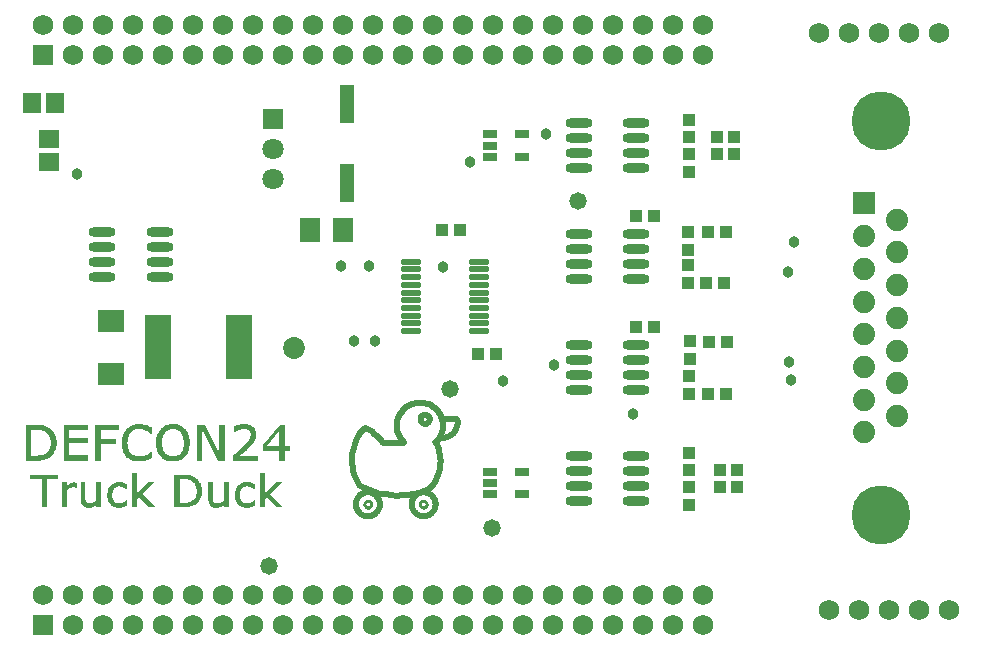
<source format=gts>
%FSTAX23Y23*%
%MOIN*%
%SFA1B1*%

%IPPOS*%
%ADD22C,0.010000*%
%ADD24C,0.020000*%
%ADD39R,0.039500X0.039500*%
%ADD40O,0.069000X0.021800*%
%ADD41R,0.088000X0.073000*%
%ADD42R,0.039500X0.039500*%
%ADD43R,0.059200X0.067100*%
%ADD44R,0.047400X0.031600*%
%ADD45O,0.090700X0.031600*%
%ADD46R,0.071000X0.078900*%
%ADD47R,0.048000X0.128000*%
%ADD48R,0.067100X0.059200*%
%ADD49R,0.086700X0.216700*%
%ADD50R,0.087000X0.217000*%
%ADD51C,0.074500*%
%ADD52C,0.068000*%
%ADD53R,0.071000X0.071000*%
%ADD54C,0.071000*%
%ADD55R,0.068000X0.068000*%
%ADD56C,0.197000*%
%ADD57R,0.074500X0.074500*%
%ADD58C,0.038000*%
%ADD59C,0.058000*%
%ADD60C,0.073000*%
%LNhvcape-1*%
%LPD*%
G36*
X02632Y02722D02*
X02634Y02722D01*
X02637Y02722*
X0264Y02721*
X02644Y0272*
X02647Y0272*
X02648*
X02648Y02719*
X02648*
X02649Y02719*
X0265Y02719*
X02651Y02719*
X02654Y02718*
X02657Y02717*
X02661Y02715*
X02665Y02713*
X0267Y02711*
Y0269*
X02666*
X02666Y0269*
X02666Y0269*
X02665Y02691*
X02664Y02691*
X02662Y02693*
X0266Y02695*
X02657Y02697*
X02654Y02698*
X0265Y027*
X02647Y02702*
X02647*
X02646Y02702*
X02646Y02702*
X02645Y02702*
X02643Y02703*
X02641Y02704*
X02638Y02704*
X02635Y02705*
X02631Y02705*
X02627Y02705*
X02625*
X02624Y02705*
X02622Y02705*
X0262Y02705*
X02617Y02704*
X02614Y02704*
X02612Y02703*
X02611Y02702*
X0261Y02702*
X02609Y02702*
X02608Y02701*
X02606Y02699*
X02604Y02698*
X02601Y02696*
X02599Y02694*
X02599Y02694*
X02598Y02693*
X02598Y02692*
X02596Y0269*
X02595Y02688*
X02594Y02686*
X02593Y02683*
X02591Y0268*
Y0268*
X02591Y02679*
Y02679*
X02591Y02678*
X0259Y02676*
X0259Y02674*
X02589Y02671*
X02589Y02667*
X02589Y02664*
X02588Y0266*
Y02659*
Y02659*
Y02658*
Y02657*
X02589Y02656*
Y02655*
X02589Y02652*
X02589Y02649*
X0259Y02646*
X02591Y02642*
X02592Y02639*
X02592Y02638*
X02592Y02637*
X02593Y02636*
X02594Y02634*
X02595Y02632*
X02597Y02629*
X02598Y02627*
X026Y02625*
X026Y02625*
X02601Y02624*
X02602Y02623*
X02603Y02622*
X02605Y0262*
X02607Y02619*
X0261Y02618*
X02612Y02617*
X02613Y02616*
X02613Y02616*
X02615Y02616*
X02617Y02615*
X02619Y02615*
X02621Y02614*
X02624Y02614*
X02627Y02614*
X02629*
X02631Y02614*
X02634Y02615*
X02637Y02615*
X0264Y02615*
X02644Y02616*
X02648Y02618*
X02648*
X02648Y02618*
X02648Y02618*
X02649Y02618*
X02651Y02619*
X02653Y0262*
X02656Y02622*
X02659Y02624*
X02663Y02627*
X02666Y02629*
X0267*
Y02608*
X02669Y02608*
X02669Y02608*
X02668Y02608*
X02666Y02607*
X02663Y02606*
X02662Y02605*
X0266Y02604*
X0266*
X0266Y02604*
X02659Y02604*
X02658Y02603*
X02657Y02603*
X02655Y02602*
X02653Y02602*
X02651Y02601*
X02651*
X0265Y02601*
X02649Y026*
X02648Y026*
X02646Y026*
X02645Y02599*
X02643Y02599*
X0264Y02598*
X0264*
X0264Y02598*
X02638Y02598*
X02637Y02598*
X02635Y02598*
X02633Y02598*
X0263Y02597*
X02626*
X02625Y02598*
X02623*
X0262Y02598*
X02616Y02598*
X02612Y02599*
X02608Y026*
X02604Y02601*
X02604*
X02603Y02601*
X02603Y02601*
X02602Y02602*
X026Y02603*
X02598Y02604*
X02595Y02605*
X02592Y02607*
X02588Y0261*
X02585Y02613*
X02585Y02613*
X02584Y02614*
X02583Y02616*
X02581Y02618*
X02579Y02621*
X02577Y02624*
X02575Y02628*
X02573Y02632*
Y02632*
X02573Y02633*
X02573Y02633*
X02572Y02634*
X02572Y02635*
X02572Y02637*
X02571Y02638*
X02571Y0264*
X0257Y02644*
X0257Y02649*
X02569Y02654*
X02569Y0266*
Y0266*
Y0266*
Y02661*
Y02662*
X02569Y02663*
Y02665*
X02569Y02667*
X02569Y02668*
X0257Y02672*
X02571Y02677*
X02572Y02682*
X02573Y02686*
Y02686*
X02573Y02687*
X02573Y02687*
X02574Y02688*
X02575Y0269*
X02576Y02693*
X02578Y02696*
X0258Y02699*
X02582Y02703*
X02585Y02706*
X02585Y02706*
X02586Y02706*
X02587Y02707*
X02588Y02709*
X0259Y0271*
X02593Y02712*
X02596Y02714*
X026Y02716*
X02604Y02718*
X02604*
X02604Y02718*
X02605Y02718*
X02606Y02719*
X02607Y02719*
X02608Y02719*
X02611Y0272*
X02615Y02721*
X02619Y02721*
X02623Y02722*
X02628Y02722*
X0263*
X02632Y02722*
G37*
G36*
X02913Y026D02*
X02891D01*
X02838Y02705*
Y026*
X0282*
Y0272*
X02847*
X02895Y02624*
Y0272*
X02913*
Y026*
G37*
G36*
X03113Y02648D02*
X03131D01*
Y02632*
X03113*
Y026*
X03095*
Y02632*
X03039*
Y02653*
X03096Y0272*
X03113*
Y02648*
G37*
G36*
X02981Y02722D02*
X02983D01*
X02985Y02722*
X02987Y02722*
X02989Y02721*
X02993Y0272*
X02998Y02719*
X03001Y02717*
X03003Y02716*
X03005Y02715*
X03008Y02713*
X03008Y02713*
X03008Y02713*
X03008Y02712*
X03009Y02712*
X0301Y02711*
X03011Y02709*
X03012Y02708*
X03013Y02707*
X03015Y02703*
X03017Y02699*
X03017Y02697*
X03018Y02694*
X03018Y02691*
X03018Y02689*
Y02688*
Y02687*
Y02686*
X03018Y02684*
X03018Y02682*
X03018Y0268*
X03016Y02676*
Y02675*
X03016Y02675*
X03016Y02673*
X03015Y02672*
X03014Y0267*
X03013Y02668*
X03011Y02664*
X03011Y02664*
X03011Y02663*
X0301Y02662*
X03009Y02661*
X03008Y0266*
X03007Y02658*
X03004Y02655*
X03004Y02654*
X03003Y02654*
X03002Y02653*
X03001Y02651*
X03Y0265*
X02998Y02648*
X02996Y02646*
X02994Y02644*
X02993Y02643*
X02992Y02642*
X02991Y02641*
X02988Y02639*
X02986Y02636*
X02983Y02633*
X0298Y02631*
X02976Y02628*
X02976*
X02976Y02627*
X02975Y02626*
X02973Y02625*
X02971Y02623*
X02968Y02621*
X02966Y0262*
X02963Y02618*
X0296Y02616*
X03023*
Y026*
X02941*
Y02618*
X02941Y02618*
X02941Y02619*
X02942Y0262*
X02944Y02621*
X02946Y02623*
X02949Y02625*
X02952Y02628*
X02958Y02633*
X02958*
X02958Y02633*
X02959Y02634*
X02961Y02635*
X02963Y02637*
X02965Y02639*
X02968Y02642*
X02973Y02647*
X02973Y02647*
X02974Y02647*
X02975Y02648*
X02976Y02649*
X02977Y0265*
X02978Y02652*
X02981Y02655*
X02985Y02659*
X02988Y02663*
X02991Y02666*
X02992Y02668*
X02993Y0267*
Y0267*
X02994Y0267*
X02994Y02671*
X02995Y02673*
X02996Y02675*
X02997Y02678*
X02998Y02681*
X02999Y02684*
X02999Y02688*
Y02688*
Y02688*
Y02689*
X02999Y02691*
X02998Y02693*
X02998Y02695*
X02997Y02697*
X02995Y02699*
X02993Y02701*
X02993Y02701*
X02992Y02702*
X02991Y02702*
X02989Y02703*
X02987Y02704*
X02985Y02705*
X02981Y02706*
X02978Y02706*
X02977*
X02975Y02706*
X02973Y02705*
X02971Y02705*
X02968Y02705*
X02966Y02704*
X02963Y02703*
X02962Y02703*
X02961Y02703*
X0296Y02702*
X02958Y02701*
X02955Y027*
X02953Y02699*
X0295Y02697*
X02947Y02695*
X02944*
Y02714*
X02944Y02715*
X02945Y02715*
X02946Y02716*
X02948Y02716*
X0295Y02717*
X02953Y02718*
X02956Y02719*
X0296Y0272*
X0296*
X0296Y0272*
X02961*
X02961Y0272*
X02963Y02721*
X02966Y02721*
X02968Y02722*
X02971Y02722*
X02975Y02722*
X02978Y02722*
X0298*
X02981Y02722*
G37*
G36*
X02559Y02703D02*
X025D01*
Y02673*
X02551*
Y02656*
X025*
Y026*
X02481*
Y0272*
X02559*
Y02703*
G37*
G36*
X02457D02*
X02395D01*
Y02674*
X02457*
Y02657*
X02395*
Y02617*
X02457*
Y026*
X02377*
Y0272*
X02457*
Y02703*
G37*
G36*
X02287Y0272D02*
X02288D01*
X0229Y0272*
X02295Y02719*
X023Y02719*
X02304Y02718*
X02308Y02717*
X02308*
X02309Y02717*
X02309*
X0231Y02717*
X02312Y02716*
X02314Y02716*
X02317Y02715*
X0232Y02713*
X02323Y02712*
X02326Y0271*
X02326*
X02326Y0271*
X02327Y0271*
X02328Y02709*
X02329Y02708*
X0233Y02707*
X02333Y02705*
X02336Y02702*
X02339Y02698*
X02342Y02695*
X02345Y0269*
Y0269*
X02345Y02689*
X02346Y02689*
X02346Y02688*
X02347Y02686*
X02347Y02685*
X02348Y02683*
X02349Y02681*
X02349Y02679*
X0235Y02677*
X02351Y02672*
X02352Y02666*
X02352Y0266*
Y0266*
Y02659*
Y02658*
X02352Y02657*
Y02655*
X02352Y02654*
X02352Y02652*
X02351Y0265*
X0235Y02645*
X02349Y0264*
X02347Y02635*
X02345Y0263*
Y0263*
X02345Y02629*
X02344Y02629*
X02344Y02628*
X02343Y02627*
X02342Y02625*
X0234Y02622*
X02337Y02619*
X02334Y02615*
X0233Y02612*
X02326Y02609*
X02325Y02609*
X02324Y02608*
X02322Y02607*
X0232Y02606*
X02317Y02605*
X02314Y02604*
X02311Y02603*
X02307Y02602*
X02307*
X02306Y02602*
X02305Y02601*
X02304Y02601*
X02303Y02601*
X02302Y02601*
X023Y02601*
X02298Y026*
X02296Y026*
X02292Y026*
X02287Y026*
X02281Y026*
X0225*
Y0272*
X02285*
X02287Y0272*
G37*
G36*
X02743Y02722D02*
X02745D01*
X02748Y02722*
X02751Y02721*
X02755Y02721*
X02759Y02719*
X02763Y02718*
X02763*
X02764Y02718*
X02764Y02718*
X02765Y02717*
X02767Y02716*
X02769Y02715*
X02772Y02713*
X02775Y02711*
X02778Y02709*
X02781Y02706*
X02781Y02706*
X02782Y02705*
X02783Y02703*
X02785Y027*
X02787Y02697*
X02789Y02694*
X0279Y0269*
X02792Y02686*
Y02686*
X02792Y02685*
X02792Y02685*
X02793Y02684*
X02793Y02683*
X02793Y02682*
X02794Y0268*
X02794Y02678*
X02795Y02675*
X02796Y0267*
X02796Y02665*
X02796Y0266*
Y0266*
Y02659*
Y02658*
Y02657*
X02796Y02656*
Y02655*
X02796Y02653*
X02796Y02651*
X02795Y02647*
X02794Y02642*
X02793Y02638*
X02792Y02633*
Y02633*
X02792Y02633*
X02792Y02632*
X02791Y02631*
X0279Y02629*
X02789Y02626*
X02787Y02623*
X02786Y0262*
X02783Y02617*
X02781Y02614*
X0278Y02613*
X02779Y02612*
X02778Y02611*
X02776Y02609*
X02773Y02607*
X0277Y02605*
X02767Y02603*
X02763Y02601*
X02763*
X02763Y02601*
X02762Y02601*
X02761Y02601*
X0276Y026*
X02759Y026*
X02757Y02599*
X02753Y02598*
X02749Y02598*
X02745Y02597*
X0274Y02597*
X02738*
X02737Y02597*
X02735*
X02732Y02598*
X02729Y02598*
X02725Y02599*
X02721Y026*
X02717Y02601*
X02717*
X02716Y02601*
X02716Y02602*
X02715Y02602*
X02713Y02603*
X02711Y02604*
X02708Y02606*
X02705Y02608*
X02702Y02611*
X02699Y02614*
Y02614*
X02699Y02614*
X02698Y02615*
X02697Y02617*
X02695Y02619*
X02693Y02622*
X02691Y02625*
X0269Y02629*
X02688Y02633*
Y02633*
X02688Y02634*
X02687Y02634*
X02687Y02635*
X02687Y02636*
X02687Y02638*
X02686Y02639*
X02686Y02641*
X02685Y02645*
X02685Y02649*
X02684Y02654*
X02684Y0266*
Y0266*
Y0266*
Y02661*
Y02662*
X02684Y02663*
Y02665*
X02684Y02667*
X02685Y02668*
X02685Y02672*
X02685Y02677*
X02686Y02681*
X02688Y02686*
Y02686*
X02688Y02686*
X02688Y02687*
X02688Y02688*
X02689Y02689*
X02689Y0269*
X02691Y02693*
X02692Y02696*
X02694Y02699*
X02697Y02703*
X02699Y02706*
Y02706*
X027Y02706*
X027Y02707*
X02702Y02709*
X02704Y0271*
X02707Y02712*
X0271Y02714*
X02713Y02717*
X02717Y02718*
X02717*
X02717Y02718*
X02718Y02719*
X02719Y02719*
X0272Y02719*
X02721Y02719*
X02724Y0272*
X02727Y02721*
X02731Y02722*
X02735Y02722*
X0274Y02722*
X02742*
X02743Y02722*
G37*
G36*
X02414Y02527D02*
X02415D01*
X02415Y02526*
X02416*
X02417Y02526*
X02418Y02526*
X02419*
X0242Y02526*
X02421Y02526*
Y02509*
X02419*
X02418Y0251*
X02418*
X02417Y0251*
X02415Y0251*
X02413Y0251*
X02413*
X02412Y02511*
X0241*
X02409Y02511*
X02406*
X02405Y02511*
X02403Y0251*
X02401Y0251*
X024Y0251*
X02397Y02509*
X02395Y02508*
X02395Y02508*
X02394Y02508*
X02393Y02507*
X02392Y02506*
X02391Y02505*
X02389Y02504*
X02386Y02502*
Y02445*
X02369*
Y02527*
X02386*
Y02515*
X02386Y02515*
X02387Y02516*
X02388Y02517*
X02389Y02518*
X02391Y0252*
X02393Y02521*
X02395Y02523*
X02397Y02524*
X02398Y02524*
X02398Y02524*
X024Y02525*
X02401Y02525*
X02403Y02526*
X02405Y02526*
X02408Y02527*
X0241Y02527*
X02412*
X02414Y02527*
G37*
G36*
X02989Y02528D02*
X02991D01*
X02993Y02528*
X02995Y02528*
X02998Y02527*
X03Y02527*
X03001Y02526*
X03002Y02526*
X03003Y02526*
X03005Y02525*
X03007Y02524*
X03009Y02523*
X03014Y02521*
Y02504*
X03011*
X0301Y02504*
X0301Y02505*
X03008Y02506*
X03007Y02507*
X03005Y02508*
X03003Y02509*
X03Y02511*
X02998Y02512*
X02998Y02512*
X02997Y02512*
X02996Y02512*
X02994Y02513*
X02992Y02513*
X0299Y02514*
X02988Y02514*
X02986Y02514*
X02985*
X02984Y02514*
X02982Y02514*
X0298Y02513*
X02977Y02512*
X02974Y02511*
X02972Y02509*
X0297Y02508*
X02969Y02507*
X02969Y02507*
X02969Y02506*
X02968Y02506*
X02968Y02505*
X02967Y02504*
X02966Y02502*
X02965Y02499*
X02964Y02495*
X02964Y02491*
X02963Y02486*
Y02485*
Y02485*
Y02484*
X02963Y02483*
Y02482*
X02964Y02481*
X02964Y02478*
X02965Y02474*
X02966Y02471*
X02967Y02467*
X02969Y02464*
X0297Y02464*
X0297Y02463*
X02972Y02462*
X02974Y02461*
X02976Y0246*
X02979Y02458*
X02982Y02458*
X02984Y02457*
X02986Y02457*
X02988*
X02989Y02457*
X0299*
X02991Y02458*
X02994Y02458*
X02994*
X02995Y02458*
X02995Y02459*
X02996Y02459*
X02999Y0246*
X03001Y02461*
X03001*
X03002Y02461*
X03002Y02461*
X03003Y02462*
X03004Y02463*
X03006Y02464*
X03006*
X03007Y02464*
X03008Y02465*
X03009Y02466*
X03011Y02467*
X03014*
Y0245*
X03013*
X03013Y0245*
X03012Y02449*
X03011Y02449*
X03009Y02448*
X03007Y02447*
X03004Y02446*
X03002Y02445*
X03Y02445*
X02999*
X02999Y02444*
X02997Y02444*
X02996Y02444*
X02994Y02443*
X02992Y02443*
X02989Y02443*
X02987Y02443*
X02985*
X02983Y02443*
X02981Y02443*
X02979Y02443*
X02976Y02444*
X02973Y02444*
X0297Y02445*
X0297Y02445*
X02969Y02446*
X02968Y02446*
X02966Y02447*
X02964Y02448*
X02962Y0245*
X0296Y02451*
X02958Y02453*
X02957Y02454*
X02957Y02454*
X02956Y02455*
X02955Y02457*
X02953Y02459*
X02952Y02461*
X0295Y02464*
X02949Y02467*
Y02467*
X02949Y02467*
X02949Y02467*
X02949Y02468*
X02948Y0247*
X02948Y02472*
X02947Y02475*
X02947Y02478*
X02947Y02482*
X02946Y02486*
Y02486*
Y02486*
Y02487*
X02947Y02489*
X02947Y02491*
X02947Y02492*
X02947Y02495*
X02948Y02497*
X02949Y02502*
X0295Y02505*
X02951Y02507*
X02952Y0251*
X02954Y02512*
X02955Y02515*
X02957Y02517*
X02958Y02517*
X02958Y02517*
X02959Y02518*
X02959Y02519*
X02961Y0252*
X02962Y02521*
X02963Y02522*
X02965Y02523*
X02967Y02524*
X02969Y02525*
X02972Y02526*
X02974Y02527*
X02977Y02528*
X0298Y02528*
X02983Y02528*
X02987Y02529*
X02988*
X02989Y02528*
G37*
G36*
X02563D02*
X02565D01*
X02567Y02528*
X0257Y02528*
X02572Y02527*
X02575Y02527*
X02575Y02526*
X02576Y02526*
X02577Y02526*
X02579Y02525*
X02581Y02524*
X02583Y02523*
X02588Y02521*
Y02504*
X02585*
X02585Y02504*
X02584Y02505*
X02583Y02506*
X02581Y02507*
X02579Y02508*
X02577Y02509*
X02575Y02511*
X02572Y02512*
X02572Y02512*
X02571Y02512*
X0257Y02512*
X02569Y02513*
X02567Y02513*
X02565Y02514*
X02563Y02514*
X0256Y02514*
X02559*
X02559Y02514*
X02557Y02514*
X02554Y02513*
X02552Y02512*
X02549Y02511*
X02546Y02509*
X02545Y02508*
X02544Y02507*
X02543Y02507*
X02543Y02506*
X02543Y02506*
X02542Y02505*
X02542Y02504*
X02541Y02502*
X02539Y02499*
X02539Y02495*
X02538Y02491*
X02538Y02486*
Y02485*
Y02485*
Y02484*
X02538Y02483*
Y02482*
X02538Y02481*
X02538Y02478*
X02539Y02474*
X0254Y02471*
X02542Y02467*
X02544Y02464*
X02544Y02464*
X02545Y02463*
X02546Y02462*
X02548Y02461*
X0255Y0246*
X02553Y02458*
X02557Y02458*
X02558Y02457*
X0256Y02457*
X02562*
X02563Y02457*
X02564*
X02565Y02458*
X02568Y02458*
X02568*
X02569Y02458*
X0257Y02459*
X02571Y02459*
X02573Y0246*
X02575Y02461*
X02576*
X02576Y02461*
X02576Y02461*
X02577Y02462*
X02579Y02463*
X02581Y02464*
X02581*
X02581Y02464*
X02582Y02465*
X02584Y02466*
X02585Y02467*
X02588*
Y0245*
X02588*
X02588Y0245*
X02587Y02449*
X02585Y02449*
X02583Y02448*
X02581Y02447*
X02579Y02446*
X02576Y02445*
X02574Y02445*
X02574*
X02573Y02444*
X02572Y02444*
X0257Y02444*
X02568Y02443*
X02566Y02443*
X02563Y02443*
X02561Y02443*
X02559*
X02558Y02443*
X02556Y02443*
X02553Y02443*
X0255Y02444*
X02547Y02444*
X02545Y02445*
X02544Y02445*
X02543Y02446*
X02542Y02446*
X0254Y02447*
X02538Y02448*
X02536Y0245*
X02534Y02451*
X02532Y02453*
X02532Y02454*
X02531Y02454*
X0253Y02455*
X02529Y02457*
X02528Y02459*
X02526Y02461*
X02525Y02464*
X02524Y02467*
Y02467*
X02523Y02467*
X02523Y02467*
X02523Y02468*
X02523Y0247*
X02522Y02472*
X02522Y02475*
X02521Y02478*
X02521Y02482*
X02521Y02486*
Y02486*
Y02486*
Y02487*
X02521Y02489*
X02521Y02491*
X02521Y02492*
X02522Y02495*
X02522Y02497*
X02523Y02502*
X02524Y02505*
X02525Y02507*
X02527Y0251*
X02528Y02512*
X0253Y02515*
X02532Y02517*
X02532Y02517*
X02532Y02517*
X02533Y02518*
X02534Y02519*
X02535Y0252*
X02536Y02521*
X02538Y02522*
X0254Y02523*
X02542Y02524*
X02544Y02525*
X02546Y02526*
X02549Y02527*
X02551Y02528*
X02554Y02528*
X02558Y02528*
X02561Y02529*
X02562*
X02563Y02528*
G37*
G36*
X02927Y02445D02*
X0291D01*
Y02453*
X0291Y02453*
X0291Y02453*
X02909Y02452*
X02907Y0245*
X02906Y02449*
X02904Y02448*
X02902Y02446*
X02899Y02445*
X02899Y02445*
X02898Y02445*
X02897Y02444*
X02895Y02444*
X02893Y02443*
X02891Y02443*
X02888Y02443*
X02885Y02442*
X02884*
X02883Y02443*
X02882*
X02881Y02443*
X02878Y02443*
X02874Y02444*
X02871Y02446*
X02868Y02448*
X02866Y02449*
X02865Y0245*
Y02451*
X02864Y02451*
X02864Y02451*
X02864Y02452*
X02863Y02453*
X02862Y02454*
X02862Y02455*
X02861Y02456*
X0286Y02458*
X0286Y0246*
X02859Y02462*
X02859Y02464*
X02858Y02466*
X02858Y02468*
X02858Y02471*
X02857Y02474*
Y02527*
X02874*
Y0248*
Y0248*
Y02479*
Y02478*
Y02477*
X02874Y02475*
Y02473*
X02874Y02472*
X02874Y0247*
Y0247*
X02874Y02469*
X02875Y02469*
X02875Y02468*
X02875Y02465*
X02876Y02463*
Y02463*
X02877Y02463*
X02878Y02462*
X02879Y0246*
X02881Y02459*
X02881*
X02881Y02459*
X02882Y02459*
X02883Y02459*
X02884Y02458*
X02885Y02458*
X02887Y02458*
X0289*
X02891Y02458*
X02892Y02458*
X02894Y02459*
X02896Y02459*
X02898Y0246*
X029Y0246*
X029Y02461*
X02901Y02461*
X02902Y02461*
X02903Y02462*
X02905Y02463*
X02907Y02464*
X0291Y02467*
Y02527*
X02927*
Y02445*
G37*
G36*
X02501D02*
X02485D01*
Y02453*
X02485Y02453*
X02484Y02453*
X02483Y02452*
X02482Y0245*
X0248Y02449*
X02478Y02448*
X02476Y02446*
X02474Y02445*
X02473Y02445*
X02473Y02445*
X02471Y02444*
X0247Y02444*
X02468Y02443*
X02465Y02443*
X02462Y02443*
X0246Y02442*
X02458*
X02457Y02443*
X02456*
X02455Y02443*
X02452Y02443*
X02449Y02444*
X02445Y02446*
X02442Y02448*
X02441Y02449*
X02439Y0245*
Y02451*
X02439Y02451*
X02438Y02451*
X02438Y02452*
X02437Y02453*
X02437Y02454*
X02436Y02455*
X02435Y02456*
X02435Y02458*
X02434Y0246*
X02433Y02462*
X02433Y02464*
X02432Y02466*
X02432Y02468*
X02432Y02471*
X02432Y02474*
Y02527*
X02448*
Y0248*
Y0248*
Y02479*
Y02478*
Y02477*
X02448Y02475*
Y02473*
X02448Y02472*
X02449Y0247*
Y0247*
X02449Y02469*
X02449Y02469*
X02449Y02468*
X0245Y02465*
X02451Y02463*
Y02463*
X02451Y02463*
X02452Y02462*
X02453Y0246*
X02455Y02459*
X02455*
X02456Y02459*
X02456Y02459*
X02457Y02459*
X02458Y02458*
X0246Y02458*
X02461Y02458*
X02464*
X02465Y02458*
X02467Y02458*
X02468Y02459*
X0247Y02459*
X02472Y0246*
X02474Y0246*
X02474Y02461*
X02475Y02461*
X02476Y02461*
X02478Y02462*
X02479Y02463*
X02481Y02464*
X02485Y02467*
Y02527*
X02501*
Y02445*
G37*
G36*
X03046Y02487D02*
X03083Y02527D01*
X03102*
X03065Y02489*
X03104Y02445*
X03084*
X03053Y02479*
X03046Y02472*
Y02445*
X0303*
Y02558*
X03046*
Y02487*
G37*
G36*
X02778Y02553D02*
X0278D01*
X02782Y02553*
X02786Y02553*
X0279Y02552*
X02794Y02552*
X02798Y02551*
X02798*
X02798Y02551*
X02799*
X02799Y0255*
X02801Y0255*
X02803Y02549*
X02806Y02548*
X02808Y02547*
X02811Y02546*
X02813Y02544*
X02814*
X02814Y02544*
X02814Y02544*
X02815Y02543*
X02816Y02542*
X02817Y02542*
X0282Y02539*
X02823Y02537*
X02825Y02534*
X02828Y0253*
X02831Y02526*
Y02526*
X02831Y02525*
X02831Y02525*
X02832Y02524*
X02832Y02523*
X02833Y02521*
X02833Y0252*
X02834Y02518*
X02835Y02516*
X02835Y02514*
X02836Y0251*
X02837Y02504*
X02837Y02499*
Y02499*
Y02498*
Y02497*
X02837Y02496*
Y02495*
X02837Y02493*
X02837Y02492*
X02836Y0249*
X02836Y02486*
X02834Y02481*
X02833Y02477*
X02831Y02472*
Y02472*
X0283Y02471*
X0283Y02471*
X02829Y0247*
X02829Y02469*
X02828Y02468*
X02826Y02465*
X02824Y02462*
X02821Y02459*
X02817Y02456*
X02813Y02453*
X02813Y02453*
X02812Y02452*
X0281Y02452*
X02808Y02451*
X02806Y0245*
X02803Y02448*
X028Y02447*
X02797Y02447*
X02796*
X02796Y02446*
X02795Y02446*
X02794Y02446*
X02793Y02446*
X02792Y02446*
X0279Y02446*
X02789Y02445*
X02787Y02445*
X02783Y02445*
X02778Y02445*
X02773Y02445*
X02745*
Y02553*
X02777*
X02778Y02553*
G37*
G36*
X02621Y02487D02*
X02657Y02527D01*
X02676*
X02639Y02489*
X02679Y02445*
X02659*
X02628Y02479*
X02621Y02472*
Y02445*
X02604*
Y02558*
X02621*
Y02487*
G37*
G36*
X02357Y02538D02*
X02319D01*
Y02445*
X02302*
Y02538*
X02265*
Y02553*
X02357*
Y02538*
G37*
%LNhvcape-2*%
%LPC*%
G36*
X03095Y02698D02*
X03053Y02648D01*
X03095*
Y02698*
G37*
G36*
X02285Y02703D02*
X02268D01*
Y02616*
X02285*
X02288Y02616*
X02291Y02617*
X02294Y02617*
X02297Y02617*
X02301Y02618*
X02301*
X02302Y02618*
X02304Y02618*
X02306Y02619*
X02308Y0262*
X0231Y02621*
X02313Y02622*
X02316Y02624*
X02316*
X02316Y02624*
X02317Y02625*
X02318Y02626*
X0232Y02627*
X02322Y02629*
X02325Y02632*
X02327Y02635*
X02328Y02638*
Y02638*
X02328Y02638*
X02329Y02639*
X02329Y02639*
X0233Y02641*
X0233Y02644*
X02331Y02647*
X02332Y02651*
X02332Y02655*
X02332Y0266*
Y0266*
Y0266*
Y02661*
Y02662*
X02332Y02663*
Y02665*
X02332Y02668*
X02331Y02671*
X0233Y02675*
X02329Y02679*
X02328Y02682*
Y02682*
X02328Y02683*
X02327Y02684*
X02326Y02685*
X02324Y02687*
X02322Y0269*
X0232Y02692*
X02317Y02695*
X02314Y02697*
X02314Y02697*
X02313Y02697*
X02311Y02698*
X0231Y02699*
X02307Y027*
X02305Y027*
X02302Y02701*
X023Y02702*
X02299*
X02298Y02702*
X02297Y02702*
X02295Y02703*
X02292Y02703*
X02289Y02703*
X02285Y02703*
G37*
G36*
X0274Y02706D02*
X02738D01*
X02737Y02706*
X02736Y02705*
X02734Y02705*
X02732Y02705*
X0273Y02704*
X02726Y02703*
X02724Y02702*
X02722Y02701*
X02719Y02699*
X02717Y02698*
X02715Y02696*
X02713Y02694*
X02713Y02694*
X02713Y02693*
X02712Y02692*
X02712Y02692*
X02711Y0269*
X0271Y02689*
X02709Y02687*
X02708Y02685*
X02707Y02683*
X02707Y0268*
X02706Y02677*
X02705Y02674*
X02705Y02671*
X02704Y02667*
X02704Y02664*
X02704Y0266*
Y0266*
Y02659*
Y02657*
X02704Y02656*
X02704Y02654*
X02704Y02652*
X02704Y0265*
X02705Y02647*
X02706Y02641*
X02708Y02636*
X02709Y02633*
X0271Y0263*
X02712Y02628*
X02713Y02625*
X02714Y02625*
X02714Y02625*
X02715Y02624*
X02715Y02624*
X02716Y02623*
X02717Y02622*
X02719Y02621*
X0272Y0262*
X02722Y02619*
X02724Y02618*
X02727Y02617*
X02729Y02616*
X02731Y02615*
X02734Y02614*
X02737Y02614*
X0274Y02614*
X02742*
X02743Y02614*
X02744Y02614*
X02746Y02614*
X0275Y02615*
X02754Y02617*
X02756Y02618*
X02758Y02619*
X0276Y0262*
X02762Y02622*
X02765Y02623*
X02767Y02625*
X02767Y02626*
X02767Y02626*
X02767Y02627*
X02768Y02628*
X02769Y02629*
X0277Y0263*
X02771Y02632*
X02772Y02634*
X02772Y02636*
X02773Y02639*
X02774Y02642*
X02775Y02645*
X02776Y02648*
X02776Y02652*
X02776Y02656*
X02777Y0266*
Y0266*
Y02661*
Y02662*
X02776Y02663*
X02776Y02665*
X02776Y02667*
X02776Y0267*
X02775Y02672*
X02774Y02678*
X02772Y02683*
X02771Y02686*
X0277Y02689*
X02768Y02691*
X02767Y02694*
X02767Y02694*
X02766Y02694*
X02766Y02695*
X02765Y02696*
X02764Y02697*
X02763Y02698*
X02761Y02699*
X0276Y027*
X02758Y02701*
X02756Y02702*
X02754Y02703*
X02751Y02704*
X02749Y02705*
X02746Y02705*
X02743Y02706*
X0274Y02706*
G37*
G36*
X02777Y02538D02*
X02762D01*
Y0246*
X02777*
X0278Y0246*
X02782Y0246*
X02785Y0246*
X02788Y0246*
X02791Y02461*
X02791*
X02792Y02461*
X02794Y02462*
X02795Y02462*
X02797Y02463*
X028Y02464*
X02802Y02465*
X02804Y02466*
X02805*
X02805Y02466*
X02805Y02467*
X02807Y02468*
X02808Y0247*
X0281Y02471*
X02812Y02474*
X02814Y02476*
X02816Y02479*
Y02479*
X02816Y02479*
X02816Y0248*
X02816Y0248*
X02817Y02482*
X02818Y02484*
X02818Y02487*
X02819Y02491*
X02819Y02495*
X02819Y02499*
Y02499*
Y02499*
Y025*
Y02501*
X02819Y02502*
Y02503*
X02819Y02506*
X02818Y02509*
X02818Y02512*
X02817Y02516*
X02815Y02519*
Y02519*
X02815Y02519*
X02814Y0252*
X02813Y02522*
X02812Y02524*
X0281Y02526*
X02808Y02528*
X02806Y0253*
X02803Y02532*
X02803Y02532*
X02802Y02532*
X02801Y02533*
X02799Y02534*
X02797Y02535*
X02795Y02535*
X02793Y02536*
X0279Y02537*
X0279*
X02789Y02537*
X02787Y02537*
X02785Y02537*
X02783Y02538*
X0278Y02538*
X02777Y02538*
G37*
%LNhvcape-3*%
%LPD*%
G54D22*
X03586Y02455D02*
D01*
X03586Y02455*
X03586Y02456*
X03585Y02457*
X03585Y02458*
X03585Y02458*
X03585Y02459*
X03584Y0246*
X03584Y0246*
X03584Y02461*
X03583Y02462*
X03583Y02462*
X03582Y02463*
X03581Y02463*
X03581Y02464*
X0358Y02464*
X03579Y02465*
X03579Y02465*
X03578Y02465*
X03577Y02465*
X03576Y02466*
X03576Y02466*
X03575Y02466*
X03574*
X03573Y02466*
X03573Y02466*
X03572Y02465*
X03571Y02465*
X0357Y02465*
X0357Y02465*
X03569Y02464*
X03568Y02464*
X03568Y02463*
X03567Y02463*
X03566Y02462*
X03566Y02462*
X03565Y02461*
X03565Y0246*
X03565Y0246*
X03564Y02459*
X03564Y02458*
X03564Y02458*
X03564Y02457*
X03563Y02456*
X03563Y02455*
X03563Y02455*
X03563Y02454*
X03563Y02453*
X03564Y02452*
X03564Y02451*
X03564Y02451*
X03564Y0245*
X03565Y02449*
X03565Y02449*
X03565Y02448*
X03566Y02447*
X03566Y02447*
X03567Y02446*
X03568Y02446*
X03568Y02445*
X03569Y02445*
X0357Y02444*
X0357Y02444*
X03571Y02444*
X03572Y02444*
X03573Y02443*
X03573Y02443*
X03574Y02443*
X03575*
X03576Y02443*
X03576Y02443*
X03577Y02444*
X03578Y02444*
X03579Y02444*
X03579Y02444*
X0358Y02445*
X03581Y02445*
X03581Y02446*
X03582Y02446*
X03583Y02447*
X03583Y02447*
X03584Y02448*
X03584Y02449*
X03584Y02449*
X03585Y0245*
X03585Y02451*
X03585Y02451*
X03585Y02452*
X03586Y02453*
X03586Y02454*
X03586Y02455*
X03401D02*
D01*
X03401Y02455*
X03401Y02456*
X034Y02457*
X034Y02458*
X034Y02458*
X034Y02459*
X03399Y0246*
X03399Y0246*
X03399Y02461*
X03398Y02462*
X03398Y02462*
X03397Y02463*
X03396Y02463*
X03396Y02464*
X03395Y02464*
X03394Y02465*
X03394Y02465*
X03393Y02465*
X03392Y02465*
X03391Y02466*
X03391Y02466*
X0339Y02466*
X03389*
X03388Y02466*
X03388Y02466*
X03387Y02465*
X03386Y02465*
X03385Y02465*
X03385Y02465*
X03384Y02464*
X03383Y02464*
X03383Y02463*
X03382Y02463*
X03381Y02462*
X03381Y02462*
X0338Y02461*
X0338Y0246*
X0338Y0246*
X03379Y02459*
X03379Y02458*
X03379Y02458*
X03379Y02457*
X03378Y02456*
X03378Y02455*
X03378Y02455*
X03378Y02454*
X03378Y02453*
X03379Y02452*
X03379Y02451*
X03379Y02451*
X03379Y0245*
X0338Y02449*
X0338Y02449*
X0338Y02448*
X03381Y02447*
X03381Y02447*
X03382Y02446*
X03383Y02446*
X03383Y02445*
X03384Y02445*
X03385Y02444*
X03385Y02444*
X03386Y02444*
X03387Y02444*
X03388Y02443*
X03388Y02443*
X03389Y02443*
X0339*
X03391Y02443*
X03391Y02443*
X03392Y02444*
X03393Y02444*
X03394Y02444*
X03394Y02444*
X03395Y02445*
X03396Y02445*
X03396Y02446*
X03397Y02446*
X03398Y02447*
X03398Y02447*
X03399Y02448*
X03399Y02449*
X03399Y02449*
X034Y0245*
X034Y02451*
X034Y02451*
X034Y02452*
X03401Y02453*
X03401Y02454*
X03401Y02455*
G54D24*
X03616Y02455D02*
D01*
X03616Y02457*
X03615Y0246*
X03615Y02463*
X03614Y02466*
X03613Y02468*
X03612Y02471*
X03611Y02473*
X0361Y02476*
X03608Y02478*
X03606Y0248*
X03604Y02482*
X03602Y02484*
X036Y02486*
X03598Y02488*
X03596Y02489*
X03593Y0249*
X03591Y02492*
X03588Y02493*
X03585Y02493*
X03583Y02494*
X0358Y02494*
X03577Y02494*
X03574*
X03572Y02494*
X03569Y02494*
X03566Y02493*
X03563Y02493*
X03561Y02492*
X03558Y0249*
X03556Y02489*
X03553Y02488*
X03551Y02486*
X03549Y02484*
X03547Y02482*
X03545Y0248*
X03543Y02478*
X03542Y02476*
X0354Y02473*
X03539Y02471*
X03538Y02468*
X03537Y02466*
X03537Y02463*
X03536Y0246*
X03536Y02457*
X03536Y02455*
X03536Y02452*
X03536Y02449*
X03537Y02446*
X03537Y02443*
X03538Y02441*
X03539Y02438*
X0354Y02436*
X03542Y02433*
X03543Y02431*
X03545Y02429*
X03547Y02427*
X03549Y02425*
X03551Y02423*
X03553Y02421*
X03556Y0242*
X03558Y02419*
X03561Y02417*
X03563Y02416*
X03566Y02416*
X03569Y02415*
X03572Y02415*
X03574Y02415*
X03577*
X0358Y02415*
X03583Y02415*
X03585Y02416*
X03588Y02416*
X03591Y02417*
X03593Y02419*
X03596Y0242*
X03598Y02421*
X036Y02423*
X03602Y02425*
X03604Y02427*
X03606Y02429*
X03608Y02431*
X0361Y02433*
X03611Y02436*
X03612Y02438*
X03613Y02441*
X03614Y02443*
X03615Y02446*
X03615Y02449*
X03616Y02452*
X03616Y02455*
X0343D02*
D01*
X03429Y02457*
X03429Y0246*
X03429Y02463*
X03428Y02466*
X03427Y02468*
X03426Y02471*
X03425Y02473*
X03423Y02476*
X03422Y02478*
X0342Y0248*
X03418Y02482*
X03416Y02484*
X03414Y02486*
X03412Y02488*
X0341Y02489*
X03407Y0249*
X03404Y02492*
X03402Y02493*
X03399Y02493*
X03396Y02494*
X03394Y02494*
X03391Y02494*
X03388*
X03385Y02494*
X03383Y02494*
X0338Y02493*
X03377Y02493*
X03375Y02492*
X03372Y0249*
X0337Y02489*
X03367Y02488*
X03365Y02486*
X03363Y02484*
X03361Y02482*
X03359Y0248*
X03357Y02478*
X03356Y02476*
X03354Y02473*
X03353Y02471*
X03352Y02468*
X03351Y02466*
X0335Y02463*
X0335Y0246*
X0335Y02457*
X0335Y02455*
X0335Y02452*
X0335Y02449*
X0335Y02446*
X03351Y02443*
X03352Y02441*
X03353Y02438*
X03354Y02436*
X03356Y02433*
X03357Y02431*
X03359Y02429*
X03361Y02427*
X03363Y02425*
X03365Y02423*
X03367Y02421*
X0337Y0242*
X03372Y02419*
X03375Y02417*
X03377Y02416*
X0338Y02416*
X03383Y02415*
X03385Y02415*
X03388Y02415*
X03391*
X03394Y02415*
X03396Y02415*
X03399Y02416*
X03402Y02416*
X03404Y02417*
X03407Y02419*
X0341Y0242*
X03412Y02421*
X03414Y02423*
X03416Y02425*
X03418Y02427*
X0342Y02429*
X03422Y02431*
X03423Y02433*
X03425Y02436*
X03426Y02438*
X03427Y02441*
X03428Y02443*
X03429Y02446*
X03429Y02449*
X03429Y02452*
X0343Y02455*
X03596Y02738D02*
D01*
X03596Y02739*
X03596Y0274*
X03596Y02741*
X03596Y02742*
X03595Y02743*
X03595Y02744*
X03594Y02745*
X03594Y02746*
X03593Y02747*
X03593Y02748*
X03592Y02748*
X03591Y02749*
X0359Y0275*
X03589Y0275*
X03588Y02751*
X03588Y02752*
X03587Y02752*
X03586Y02752*
X03585Y02753*
X03583Y02753*
X03582Y02753*
X03581Y02753*
X0358*
X03579Y02753*
X03578Y02753*
X03577Y02753*
X03576Y02752*
X03575Y02752*
X03574Y02752*
X03573Y02751*
X03572Y0275*
X03571Y0275*
X03571Y02749*
X0357Y02748*
X03569Y02748*
X03568Y02747*
X03568Y02746*
X03567Y02745*
X03567Y02744*
X03566Y02743*
X03566Y02742*
X03566Y02741*
X03566Y0274*
X03566Y02739*
X03566Y02738*
X03566Y02737*
X03566Y02736*
X03566Y02735*
X03566Y02734*
X03566Y02733*
X03567Y02732*
X03567Y02731*
X03568Y0273*
X03568Y02729*
X03569Y02728*
X0357Y02727*
X03571Y02726*
X03571Y02726*
X03572Y02725*
X03573Y02725*
X03574Y02724*
X03575Y02724*
X03576Y02723*
X03577Y02723*
X03578Y02723*
X03579Y02723*
X0358Y02723*
X03581*
X03582Y02723*
X03583Y02723*
X03585Y02723*
X03586Y02723*
X03587Y02724*
X03588Y02724*
X03588Y02725*
X03589Y02725*
X0359Y02726*
X03591Y02726*
X03592Y02727*
X03593Y02728*
X03593Y02729*
X03594Y0273*
X03594Y02731*
X03595Y02732*
X03595Y02733*
X03596Y02734*
X03596Y02735*
X03596Y02736*
X03596Y02737*
X03596Y02738*
X03629Y02675D02*
D01*
X03633Y02675*
X03637Y02675*
X0364Y02675*
X03644Y02675*
X03648Y02676*
X03651Y02677*
X03655Y02678*
X03658Y0268*
X03661Y02681*
X03665Y02683*
X03668Y02685*
X0367Y02688*
X03673Y0269*
X03676Y02693*
X03678Y02696*
X0368Y02699*
X03682Y02702*
X03684Y02705*
X03685Y02709*
X03686Y02712*
X03687Y02716*
X03688Y02719*
X03689Y02723*
X03689Y02727*
X03689Y0273*
X03688Y02734*
X03688Y02738*
X03688Y02738*
X03511Y02659D02*
D01*
X03479Y0266*
X03446Y02658*
X03444Y02658*
X03617Y02661D02*
D01*
X03621Y02665*
X03624Y02669*
X03627Y02673*
X0363Y02678*
X03633Y02682*
X03635Y02687*
X03637Y02692*
X03638Y02698*
X03639Y02703*
X0364Y02708*
X0364Y02714*
X0364Y02719*
X0364Y02724*
X03639Y0273*
X03638Y02735*
X03636Y0274*
X03635Y02745*
X03632Y0275*
X0363Y02755*
X03627Y02759*
X03624Y02764*
X0362Y02768*
X03616Y02772*
X03612Y02775*
X03608Y02779*
X03604Y02782*
X03599Y02784*
X03594Y02787*
X03589Y02789*
X03584Y0279*
X03579Y02792*
X03574Y02792*
X03568Y02793*
X03563Y02793*
X03557Y02793*
X03552Y02792*
X03547Y02791*
X03542Y0279*
X03536Y02788*
X03531Y02786*
X03527Y02784*
X03522Y02781*
X03518Y02778*
X03513Y02775*
X03509Y02771*
X03506Y02767*
X03502Y02763*
X03499Y02759*
X03496Y02754*
X03494Y0275*
X03491Y02745*
X0349Y0274*
X03488Y02734*
X03487Y02729*
X03486Y02724*
X03486Y02718*
X03486Y02713*
X03486Y02708*
X03487Y02702*
X03488Y02697*
X0349Y02692*
X03492Y02687*
X03494Y02682*
X03496Y02677*
X03499Y02673*
X03502Y02668*
X03506Y02664*
X0351Y0266*
X03511Y02659*
X03595Y02505D02*
D01*
X03601Y02512*
X03607Y02519*
X03612Y02527*
X03616Y02535*
X0362Y02544*
X03624Y02553*
X03627Y02562*
X03629Y02571*
X0363Y0258*
X03631Y0259*
X03632Y02599*
X03631Y02609*
X0363Y02618*
X03628Y02627*
X03626Y02637*
X03623Y02646*
X03619Y02654*
X03615Y02662*
X03363Y02516D02*
D01*
X03379Y02508*
X03396Y02501*
X03414Y02495*
X03431Y0249*
X0345Y02487*
X03468Y02484*
X03486Y02483*
X03505Y02484*
X03523Y02485*
X03541Y02488*
X03559Y02492*
X03577Y02498*
X03594Y02504*
X03595Y02505*
X03379Y0271D02*
D01*
X03372Y02702*
X03365Y02693*
X03359Y02684*
X03354Y02674*
X03349Y02664*
X03346Y02654*
X03342Y02643*
X0334Y02632*
X03338Y02621*
X03337Y0261*
X03337Y02599*
X03338Y02588*
X03339Y02577*
X03341Y02566*
X03344Y02556*
X03348Y02545*
X03352Y02535*
X03357Y02525*
X03363Y02516*
X03441Y02658D02*
D01*
X03434Y02667*
X03427Y02675*
X03419Y02683*
X03411Y0269*
X03402Y02697*
X03393Y02703*
X03383Y02708*
X03379Y0271*
X03636Y02738D02*
X03688D01*
G54D39*
X03696Y03368D03*
X03637D03*
X03758Y02956D03*
X03817D03*
X04285Y03415D03*
X04344D03*
X04285Y03045D03*
X04344D03*
X04587Y02996D03*
X04528D03*
X04562Y02568D03*
X04621D03*
X04562Y02513D03*
X04621D03*
X04552Y03678D03*
X04611D03*
X04552Y03623D03*
X04611D03*
X04523Y02821D03*
X04582D03*
X04577Y03191D03*
X04518D03*
X04582Y03361D03*
X04523D03*
G54D40*
X03534Y03262D03*
Y03237D03*
Y03211D03*
Y03185D03*
Y0316D03*
Y03134D03*
Y03109D03*
Y03083D03*
Y03057D03*
Y03032D03*
X0376Y03262D03*
Y03237D03*
Y03211D03*
Y03185D03*
Y0316D03*
Y03134D03*
Y03109D03*
Y03083D03*
Y03057D03*
Y03032D03*
G54D41*
X02535Y0289D03*
Y03065D03*
G54D42*
X04461Y02567D03*
Y02626D03*
X04456Y03251D03*
Y03192D03*
X04463Y02938D03*
Y02997D03*
X04461Y02881D03*
Y02822D03*
Y03677D03*
Y03736D03*
Y03562D03*
Y03621D03*
Y02511D03*
Y02452D03*
X04458Y03303D03*
Y03362D03*
G54D43*
X02271Y03791D03*
X02346D03*
G54D44*
X03903Y03687D03*
Y03612D03*
X03796D03*
Y0365D03*
Y03687D03*
X03903Y02562D03*
Y02487D03*
X03796D03*
Y02525D03*
Y02562D03*
G54D45*
X02505Y03363D03*
Y03313D03*
Y03263D03*
Y03213D03*
X02696Y03363D03*
Y03313D03*
Y03263D03*
Y03213D03*
X04283Y02464D03*
Y02514D03*
Y02564D03*
Y02614D03*
X04092Y02464D03*
Y02514D03*
Y02564D03*
Y02614D03*
X04283Y02834D03*
Y02884D03*
Y02934D03*
Y02984D03*
X04092Y02834D03*
Y02884D03*
Y02934D03*
Y02984D03*
Y03354D03*
Y03304D03*
Y03254D03*
Y03204D03*
X04283Y03354D03*
Y03304D03*
Y03254D03*
Y03204D03*
Y03574D03*
Y03624D03*
Y03674D03*
Y03724D03*
X04092Y03574D03*
Y03624D03*
Y03674D03*
Y03724D03*
G54D46*
X03306Y03368D03*
X03196D03*
G54D47*
X0332Y0379D03*
Y03525D03*
G54D48*
X02328Y03671D03*
Y03596D03*
G54D49*
X0269Y0298D03*
G54D50*
X0296Y0298D03*
G54D51*
X05154Y02748D03*
Y02857D03*
X05043Y03021D03*
X05154Y03294D03*
Y02966D03*
Y03076D03*
X05043Y02694D03*
Y02803D03*
Y02912D03*
Y0313D03*
X05154Y03185D03*
X05043Y03239D03*
Y03348D03*
X05154Y03403D03*
G54D52*
X05328Y02101D03*
X05228D03*
X05128D03*
X05028D03*
X04928D03*
X05293Y04026D03*
X05193D03*
X05093D03*
X04993D03*
X04893D03*
X04508Y04051D03*
X04408D03*
X04308D03*
X04208D03*
X04108D03*
X04008D03*
X03908D03*
X03808D03*
X03708D03*
X03608D03*
X03508D03*
X03408D03*
X03308D03*
X03208D03*
X03108D03*
X03008D03*
X02908D03*
X02808D03*
X02708D03*
X02608D03*
X02508D03*
X02408D03*
X02308D03*
X04508Y03951D03*
X04408D03*
X04308D03*
X04208D03*
X04108D03*
X04008D03*
X03908D03*
X03808D03*
X03708D03*
X03608D03*
X03508D03*
X03408D03*
X03308D03*
X03208D03*
X03108D03*
X03008D03*
X02908D03*
X02808D03*
X02708D03*
X02608D03*
X02508D03*
X02408D03*
Y02051D03*
X02508D03*
X02608D03*
X02708D03*
X02808D03*
X02908D03*
X03008D03*
X03108D03*
X03208D03*
X03308D03*
X03408D03*
X03508D03*
X03608D03*
X03708D03*
X03808D03*
X03908D03*
X04008D03*
X04108D03*
X04208D03*
X04308D03*
X04408D03*
X04508D03*
X02308Y02151D03*
X02408D03*
X02508D03*
X02608D03*
X02708D03*
X02808D03*
X02908D03*
X03008D03*
X03108D03*
X03208D03*
X03308D03*
X03408D03*
X03508D03*
X03608D03*
X03708D03*
X03808D03*
X03908D03*
X04008D03*
X04108D03*
X04208D03*
X04308D03*
X04408D03*
X04508D03*
G54D53*
X03074Y03738D03*
G54D54*
X03074Y03638D03*
Y03538D03*
G54D55*
X02308Y03951D03*
Y02051D03*
G54D56*
X05099Y0242D03*
Y03731D03*
G54D57*
X05043Y03457D03*
G54D58*
X04795Y0293D03*
X048Y0287D03*
X033Y0325D03*
X03415Y03D03*
X03395Y0325D03*
X03345Y03D03*
X04275Y02755D03*
X03982Y03687D03*
X0242Y03555D03*
X0373Y03595D03*
X0401Y0292D03*
X0384Y02865D03*
X0364Y03245D03*
X0479Y0323D03*
X0481Y0333D03*
G54D59*
X0306Y0225D03*
X03665Y0284D03*
X0409Y03465D03*
X03805Y02375D03*
G54D60*
X03145Y02975D03*
M02*
</source>
